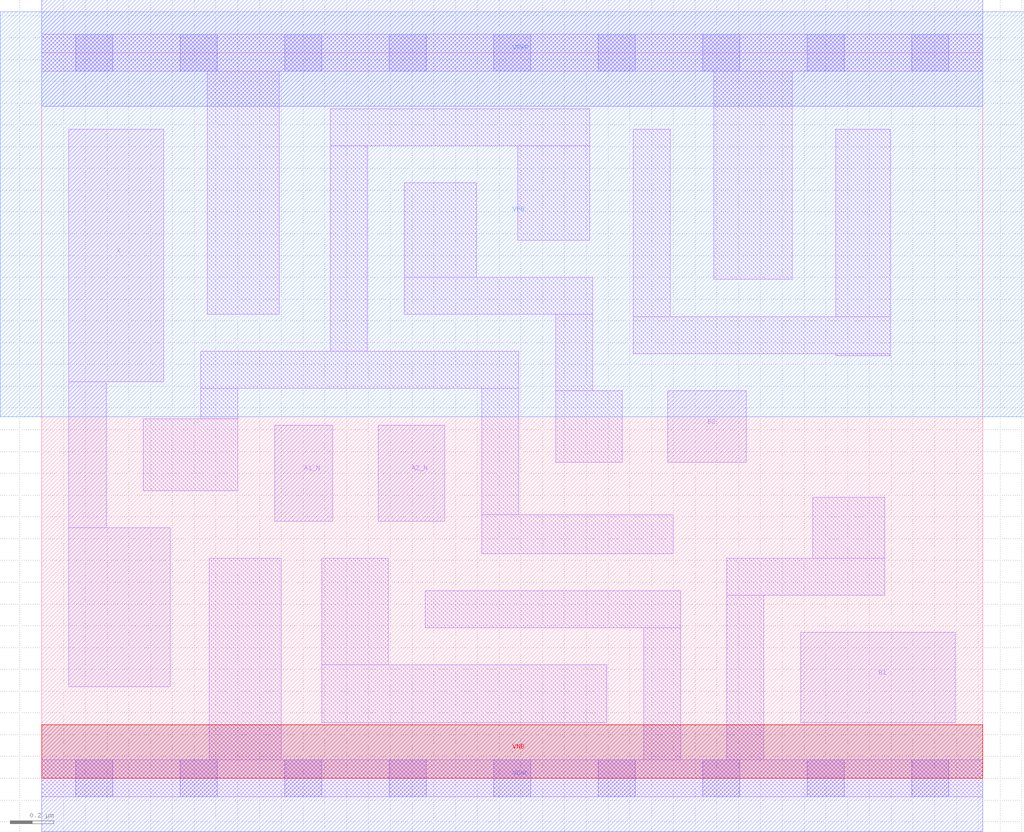
<source format=lef>
# Copyright 2020 The SkyWater PDK Authors
#
# Licensed under the Apache License, Version 2.0 (the "License");
# you may not use this file except in compliance with the License.
# You may obtain a copy of the License at
#
#     https://www.apache.org/licenses/LICENSE-2.0
#
# Unless required by applicable law or agreed to in writing, software
# distributed under the License is distributed on an "AS IS" BASIS,
# WITHOUT WARRANTIES OR CONDITIONS OF ANY KIND, either express or implied.
# See the License for the specific language governing permissions and
# limitations under the License.
#
# SPDX-License-Identifier: Apache-2.0

VERSION 5.7 ;
  NOWIREEXTENSIONATPIN ON ;
  DIVIDERCHAR "/" ;
  BUSBITCHARS "[]" ;
MACRO sky130_fd_sc_hs__a2bb2o_1
  CLASS CORE ;
  FOREIGN sky130_fd_sc_hs__a2bb2o_1 ;
  ORIGIN  0.000000  0.000000 ;
  SIZE  4.320000 BY  3.330000 ;
  SYMMETRY X Y ;
  SITE unit ;
  PIN A1_N
    ANTENNAGATEAREA  0.232500 ;
    DIRECTION INPUT ;
    USE SIGNAL ;
    PORT
      LAYER li1 ;
        RECT 1.070000 1.180000 1.335000 1.620000 ;
    END
  END A1_N
  PIN A2_N
    ANTENNAGATEAREA  0.232500 ;
    DIRECTION INPUT ;
    USE SIGNAL ;
    PORT
      LAYER li1 ;
        RECT 1.545000 1.180000 1.850000 1.620000 ;
    END
  END A2_N
  PIN B1
    ANTENNAGATEAREA  0.246000 ;
    DIRECTION INPUT ;
    USE SIGNAL ;
    PORT
      LAYER li1 ;
        RECT 3.485000 0.255000 4.195000 0.670000 ;
    END
  END B1
  PIN B2
    ANTENNAGATEAREA  0.246000 ;
    DIRECTION INPUT ;
    USE SIGNAL ;
    PORT
      LAYER li1 ;
        RECT 2.875000 1.450000 3.235000 1.780000 ;
    END
  END B2
  PIN X
    ANTENNADIFFAREA  0.504100 ;
    DIRECTION OUTPUT ;
    USE SIGNAL ;
    PORT
      LAYER li1 ;
        RECT 0.125000 0.420000 0.590000 1.150000 ;
        RECT 0.125000 1.150000 0.295000 1.820000 ;
        RECT 0.125000 1.820000 0.560000 2.980000 ;
    END
  END X
  PIN VGND
    DIRECTION INOUT ;
    USE GROUND ;
    PORT
      LAYER met1 ;
        RECT 0.000000 -0.245000 4.320000 0.245000 ;
    END
  END VGND
  PIN VNB
    DIRECTION INOUT ;
    USE GROUND ;
    PORT
      LAYER pwell ;
        RECT 0.000000 0.000000 4.320000 0.245000 ;
    END
  END VNB
  PIN VPB
    DIRECTION INOUT ;
    USE POWER ;
    PORT
      LAYER nwell ;
        RECT -0.190000 1.660000 4.510000 3.520000 ;
    END
  END VPB
  PIN VPWR
    DIRECTION INOUT ;
    USE POWER ;
    PORT
      LAYER met1 ;
        RECT 0.000000 3.085000 4.320000 3.575000 ;
    END
  END VPWR
  OBS
    LAYER li1 ;
      RECT 0.000000 -0.085000 4.320000 0.085000 ;
      RECT 0.000000  3.245000 4.320000 3.415000 ;
      RECT 0.465000  1.320000 0.900000 1.650000 ;
      RECT 0.730000  1.650000 0.900000 1.790000 ;
      RECT 0.730000  1.790000 2.190000 1.960000 ;
      RECT 0.760000  2.130000 1.090000 3.245000 ;
      RECT 0.770000  0.085000 1.100000 1.010000 ;
      RECT 1.285000  0.255000 2.595000 0.520000 ;
      RECT 1.285000  0.520000 1.590000 1.010000 ;
      RECT 1.325000  1.960000 1.495000 2.905000 ;
      RECT 1.325000  2.905000 2.515000 3.075000 ;
      RECT 1.665000  2.130000 2.530000 2.300000 ;
      RECT 1.665000  2.300000 1.995000 2.735000 ;
      RECT 1.760000  0.690000 2.935000 0.860000 ;
      RECT 2.020000  1.030000 2.900000 1.210000 ;
      RECT 2.020000  1.210000 2.190000 1.790000 ;
      RECT 2.185000  2.470000 2.515000 2.905000 ;
      RECT 2.360000  1.450000 2.665000 1.780000 ;
      RECT 2.360000  1.780000 2.530000 2.130000 ;
      RECT 2.715000  1.950000 3.895000 2.120000 ;
      RECT 2.715000  2.120000 2.885000 2.980000 ;
      RECT 2.765000  0.085000 2.935000 0.690000 ;
      RECT 3.085000  2.290000 3.445000 3.245000 ;
      RECT 3.145000  0.085000 3.315000 0.840000 ;
      RECT 3.145000  0.840000 3.870000 1.010000 ;
      RECT 3.540000  1.010000 3.870000 1.290000 ;
      RECT 3.645000  1.940000 3.895000 1.950000 ;
      RECT 3.645000  2.120000 3.895000 2.980000 ;
    LAYER mcon ;
      RECT 0.155000 -0.085000 0.325000 0.085000 ;
      RECT 0.155000  3.245000 0.325000 3.415000 ;
      RECT 0.635000 -0.085000 0.805000 0.085000 ;
      RECT 0.635000  3.245000 0.805000 3.415000 ;
      RECT 1.115000 -0.085000 1.285000 0.085000 ;
      RECT 1.115000  3.245000 1.285000 3.415000 ;
      RECT 1.595000 -0.085000 1.765000 0.085000 ;
      RECT 1.595000  3.245000 1.765000 3.415000 ;
      RECT 2.075000 -0.085000 2.245000 0.085000 ;
      RECT 2.075000  3.245000 2.245000 3.415000 ;
      RECT 2.555000 -0.085000 2.725000 0.085000 ;
      RECT 2.555000  3.245000 2.725000 3.415000 ;
      RECT 3.035000 -0.085000 3.205000 0.085000 ;
      RECT 3.035000  3.245000 3.205000 3.415000 ;
      RECT 3.515000 -0.085000 3.685000 0.085000 ;
      RECT 3.515000  3.245000 3.685000 3.415000 ;
      RECT 3.995000 -0.085000 4.165000 0.085000 ;
      RECT 3.995000  3.245000 4.165000 3.415000 ;
  END
END sky130_fd_sc_hs__a2bb2o_1
END LIBRARY

</source>
